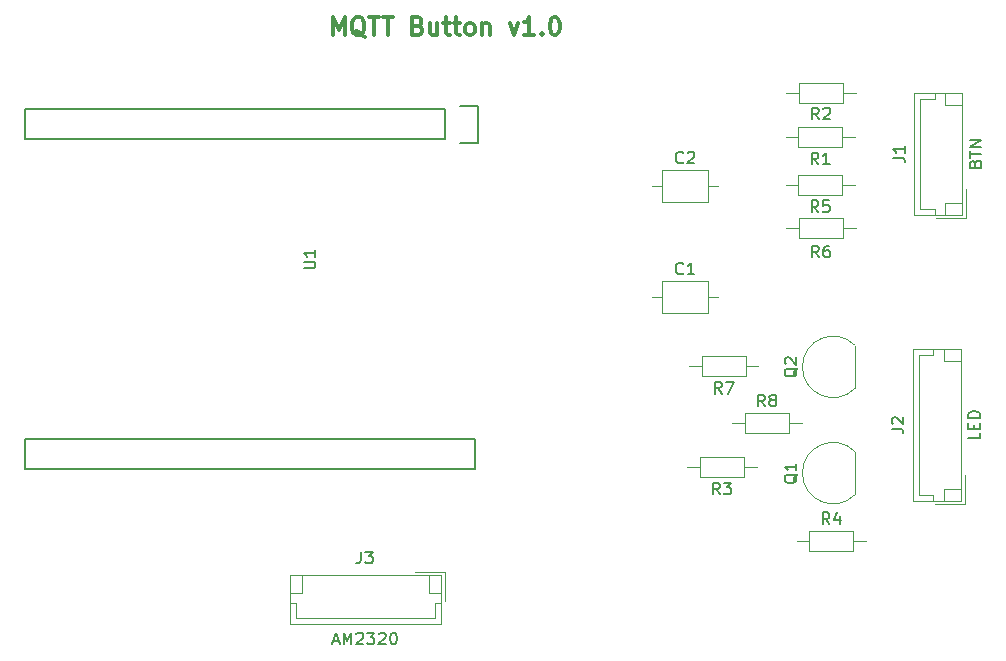
<source format=gbr>
G04 #@! TF.FileFunction,Legend,Top*
%FSLAX46Y46*%
G04 Gerber Fmt 4.6, Leading zero omitted, Abs format (unit mm)*
G04 Created by KiCad (PCBNEW 4.0.6) date 06/19/17 18:14:00*
%MOMM*%
%LPD*%
G01*
G04 APERTURE LIST*
%ADD10C,0.100000*%
%ADD11C,0.300000*%
%ADD12C,0.120000*%
%ADD13C,0.150000*%
G04 APERTURE END LIST*
D10*
D11*
X104748572Y-79238571D02*
X104748572Y-77738571D01*
X105248572Y-78810000D01*
X105748572Y-77738571D01*
X105748572Y-79238571D01*
X107462858Y-79381429D02*
X107320001Y-79310000D01*
X107177144Y-79167143D01*
X106962858Y-78952857D01*
X106820001Y-78881429D01*
X106677144Y-78881429D01*
X106748572Y-79238571D02*
X106605715Y-79167143D01*
X106462858Y-79024286D01*
X106391429Y-78738571D01*
X106391429Y-78238571D01*
X106462858Y-77952857D01*
X106605715Y-77810000D01*
X106748572Y-77738571D01*
X107034286Y-77738571D01*
X107177144Y-77810000D01*
X107320001Y-77952857D01*
X107391429Y-78238571D01*
X107391429Y-78738571D01*
X107320001Y-79024286D01*
X107177144Y-79167143D01*
X107034286Y-79238571D01*
X106748572Y-79238571D01*
X107820001Y-77738571D02*
X108677144Y-77738571D01*
X108248573Y-79238571D02*
X108248573Y-77738571D01*
X108962858Y-77738571D02*
X109820001Y-77738571D01*
X109391430Y-79238571D02*
X109391430Y-77738571D01*
X111962858Y-78452857D02*
X112177144Y-78524286D01*
X112248572Y-78595714D01*
X112320001Y-78738571D01*
X112320001Y-78952857D01*
X112248572Y-79095714D01*
X112177144Y-79167143D01*
X112034286Y-79238571D01*
X111462858Y-79238571D01*
X111462858Y-77738571D01*
X111962858Y-77738571D01*
X112105715Y-77810000D01*
X112177144Y-77881429D01*
X112248572Y-78024286D01*
X112248572Y-78167143D01*
X112177144Y-78310000D01*
X112105715Y-78381429D01*
X111962858Y-78452857D01*
X111462858Y-78452857D01*
X113605715Y-78238571D02*
X113605715Y-79238571D01*
X112962858Y-78238571D02*
X112962858Y-79024286D01*
X113034286Y-79167143D01*
X113177144Y-79238571D01*
X113391429Y-79238571D01*
X113534286Y-79167143D01*
X113605715Y-79095714D01*
X114105715Y-78238571D02*
X114677144Y-78238571D01*
X114320001Y-77738571D02*
X114320001Y-79024286D01*
X114391429Y-79167143D01*
X114534287Y-79238571D01*
X114677144Y-79238571D01*
X114962858Y-78238571D02*
X115534287Y-78238571D01*
X115177144Y-77738571D02*
X115177144Y-79024286D01*
X115248572Y-79167143D01*
X115391430Y-79238571D01*
X115534287Y-79238571D01*
X116248573Y-79238571D02*
X116105715Y-79167143D01*
X116034287Y-79095714D01*
X115962858Y-78952857D01*
X115962858Y-78524286D01*
X116034287Y-78381429D01*
X116105715Y-78310000D01*
X116248573Y-78238571D01*
X116462858Y-78238571D01*
X116605715Y-78310000D01*
X116677144Y-78381429D01*
X116748573Y-78524286D01*
X116748573Y-78952857D01*
X116677144Y-79095714D01*
X116605715Y-79167143D01*
X116462858Y-79238571D01*
X116248573Y-79238571D01*
X117391430Y-78238571D02*
X117391430Y-79238571D01*
X117391430Y-78381429D02*
X117462858Y-78310000D01*
X117605716Y-78238571D01*
X117820001Y-78238571D01*
X117962858Y-78310000D01*
X118034287Y-78452857D01*
X118034287Y-79238571D01*
X119748573Y-78238571D02*
X120105716Y-79238571D01*
X120462858Y-78238571D01*
X121820001Y-79238571D02*
X120962858Y-79238571D01*
X121391430Y-79238571D02*
X121391430Y-77738571D01*
X121248573Y-77952857D01*
X121105715Y-78095714D01*
X120962858Y-78167143D01*
X122462858Y-79095714D02*
X122534286Y-79167143D01*
X122462858Y-79238571D01*
X122391429Y-79167143D01*
X122462858Y-79095714D01*
X122462858Y-79238571D01*
X123462858Y-77738571D02*
X123605715Y-77738571D01*
X123748572Y-77810000D01*
X123820001Y-77881429D01*
X123891430Y-78024286D01*
X123962858Y-78310000D01*
X123962858Y-78667143D01*
X123891430Y-78952857D01*
X123820001Y-79095714D01*
X123748572Y-79167143D01*
X123605715Y-79238571D01*
X123462858Y-79238571D01*
X123320001Y-79167143D01*
X123248572Y-79095714D01*
X123177144Y-78952857D01*
X123105715Y-78667143D01*
X123105715Y-78310000D01*
X123177144Y-78024286D01*
X123248572Y-77881429D01*
X123320001Y-77810000D01*
X123462858Y-77738571D01*
D12*
X132620000Y-100060000D02*
X132620000Y-102780000D01*
X132620000Y-102780000D02*
X136540000Y-102780000D01*
X136540000Y-102780000D02*
X136540000Y-100060000D01*
X136540000Y-100060000D02*
X132620000Y-100060000D01*
X131810000Y-101420000D02*
X132620000Y-101420000D01*
X137350000Y-101420000D02*
X136540000Y-101420000D01*
X132620000Y-90662000D02*
X132620000Y-93382000D01*
X132620000Y-93382000D02*
X136540000Y-93382000D01*
X136540000Y-93382000D02*
X136540000Y-90662000D01*
X136540000Y-90662000D02*
X132620000Y-90662000D01*
X131810000Y-92022000D02*
X132620000Y-92022000D01*
X137350000Y-92022000D02*
X136540000Y-92022000D01*
X153950000Y-94450000D02*
X158050000Y-94450000D01*
X158050000Y-94450000D02*
X158050000Y-84150000D01*
X158050000Y-84150000D02*
X153950000Y-84150000D01*
X153950000Y-84150000D02*
X153950000Y-94450000D01*
X155700000Y-94450000D02*
X155700000Y-93950000D01*
X155700000Y-93950000D02*
X154450000Y-93950000D01*
X154450000Y-93950000D02*
X154450000Y-84650000D01*
X154450000Y-84650000D02*
X155700000Y-84650000D01*
X155700000Y-84650000D02*
X155700000Y-84150000D01*
X156550000Y-94450000D02*
X156550000Y-93450000D01*
X156550000Y-93450000D02*
X158050000Y-93450000D01*
X156550000Y-84150000D02*
X156550000Y-85150000D01*
X156550000Y-85150000D02*
X158050000Y-85150000D01*
X155850000Y-94750000D02*
X158350000Y-94750000D01*
X158350000Y-94750000D02*
X158350000Y-92250000D01*
X153850000Y-118650000D02*
X157950000Y-118650000D01*
X157950000Y-118650000D02*
X157950000Y-105850000D01*
X157950000Y-105850000D02*
X153850000Y-105850000D01*
X153850000Y-105850000D02*
X153850000Y-118650000D01*
X155600000Y-118650000D02*
X155600000Y-118150000D01*
X155600000Y-118150000D02*
X154350000Y-118150000D01*
X154350000Y-118150000D02*
X154350000Y-106350000D01*
X154350000Y-106350000D02*
X155600000Y-106350000D01*
X155600000Y-106350000D02*
X155600000Y-105850000D01*
X156450000Y-118650000D02*
X156450000Y-117650000D01*
X156450000Y-117650000D02*
X157950000Y-117650000D01*
X156450000Y-105850000D02*
X156450000Y-106850000D01*
X156450000Y-106850000D02*
X157950000Y-106850000D01*
X155750000Y-118950000D02*
X158250000Y-118950000D01*
X158250000Y-118950000D02*
X158250000Y-116450000D01*
X113922000Y-129078000D02*
X113922000Y-124978000D01*
X113922000Y-124978000D02*
X101122000Y-124978000D01*
X101122000Y-124978000D02*
X101122000Y-129078000D01*
X101122000Y-129078000D02*
X113922000Y-129078000D01*
X113922000Y-127328000D02*
X113422000Y-127328000D01*
X113422000Y-127328000D02*
X113422000Y-128578000D01*
X113422000Y-128578000D02*
X101622000Y-128578000D01*
X101622000Y-128578000D02*
X101622000Y-127328000D01*
X101622000Y-127328000D02*
X101122000Y-127328000D01*
X113922000Y-126478000D02*
X112922000Y-126478000D01*
X112922000Y-126478000D02*
X112922000Y-124978000D01*
X101122000Y-126478000D02*
X102122000Y-126478000D01*
X102122000Y-126478000D02*
X102122000Y-124978000D01*
X114222000Y-127178000D02*
X114222000Y-124678000D01*
X114222000Y-124678000D02*
X111722000Y-124678000D01*
X148950000Y-118130000D02*
X148950000Y-114530000D01*
X148938478Y-118168478D02*
G75*
G02X144500000Y-116330000I-1838478J1838478D01*
G01*
X148938478Y-114491522D02*
G75*
G03X144500000Y-116330000I-1838478J-1838478D01*
G01*
X148950000Y-109130000D02*
X148950000Y-105530000D01*
X148938478Y-109168478D02*
G75*
G02X144500000Y-107330000I-1838478J1838478D01*
G01*
X148938478Y-105491522D02*
G75*
G03X144500000Y-107330000I-1838478J-1838478D01*
G01*
X147879200Y-88741800D02*
X147879200Y-87021800D01*
X147879200Y-87021800D02*
X144159200Y-87021800D01*
X144159200Y-87021800D02*
X144159200Y-88741800D01*
X144159200Y-88741800D02*
X147879200Y-88741800D01*
X148949200Y-87881800D02*
X147879200Y-87881800D01*
X143089200Y-87881800D02*
X144159200Y-87881800D01*
X144210000Y-83288000D02*
X144210000Y-85008000D01*
X144210000Y-85008000D02*
X147930000Y-85008000D01*
X147930000Y-85008000D02*
X147930000Y-83288000D01*
X147930000Y-83288000D02*
X144210000Y-83288000D01*
X143140000Y-84148000D02*
X144210000Y-84148000D01*
X149000000Y-84148000D02*
X147930000Y-84148000D01*
X139548000Y-116681800D02*
X139548000Y-114961800D01*
X139548000Y-114961800D02*
X135828000Y-114961800D01*
X135828000Y-114961800D02*
X135828000Y-116681800D01*
X135828000Y-116681800D02*
X139548000Y-116681800D01*
X140618000Y-115821800D02*
X139548000Y-115821800D01*
X134758000Y-115821800D02*
X135828000Y-115821800D01*
X145099000Y-121210200D02*
X145099000Y-122930200D01*
X145099000Y-122930200D02*
X148819000Y-122930200D01*
X148819000Y-122930200D02*
X148819000Y-121210200D01*
X148819000Y-121210200D02*
X145099000Y-121210200D01*
X144029000Y-122070200D02*
X145099000Y-122070200D01*
X149889000Y-122070200D02*
X148819000Y-122070200D01*
X147879200Y-92780400D02*
X147879200Y-91060400D01*
X147879200Y-91060400D02*
X144159200Y-91060400D01*
X144159200Y-91060400D02*
X144159200Y-92780400D01*
X144159200Y-92780400D02*
X147879200Y-92780400D01*
X148949200Y-91920400D02*
X147879200Y-91920400D01*
X143089200Y-91920400D02*
X144159200Y-91920400D01*
X144210000Y-94718000D02*
X144210000Y-96438000D01*
X144210000Y-96438000D02*
X147930000Y-96438000D01*
X147930000Y-96438000D02*
X147930000Y-94718000D01*
X147930000Y-94718000D02*
X144210000Y-94718000D01*
X143140000Y-95578000D02*
X144210000Y-95578000D01*
X149000000Y-95578000D02*
X147930000Y-95578000D01*
X139700400Y-108147400D02*
X139700400Y-106427400D01*
X139700400Y-106427400D02*
X135980400Y-106427400D01*
X135980400Y-106427400D02*
X135980400Y-108147400D01*
X135980400Y-108147400D02*
X139700400Y-108147400D01*
X140770400Y-107287400D02*
X139700400Y-107287400D01*
X134910400Y-107287400D02*
X135980400Y-107287400D01*
X139638000Y-111228000D02*
X139638000Y-112948000D01*
X139638000Y-112948000D02*
X143358000Y-112948000D01*
X143358000Y-112948000D02*
X143358000Y-111228000D01*
X143358000Y-111228000D02*
X139638000Y-111228000D01*
X138568000Y-112088000D02*
X139638000Y-112088000D01*
X144428000Y-112088000D02*
X143358000Y-112088000D01*
D13*
X114230000Y-85530000D02*
X78670000Y-85530000D01*
X78670000Y-85530000D02*
X78670000Y-88070000D01*
X78670000Y-88070000D02*
X114230000Y-88070000D01*
X117050000Y-88350000D02*
X115500000Y-88350000D01*
X114230000Y-88070000D02*
X114230000Y-85530000D01*
X115500000Y-85250000D02*
X117050000Y-85250000D01*
X117050000Y-85250000D02*
X117050000Y-88350000D01*
X78670000Y-113470000D02*
X78670000Y-116010000D01*
X116770000Y-113470000D02*
X78670000Y-113470000D01*
X116770000Y-116010000D02*
X116770000Y-113470000D01*
X78670000Y-116010000D02*
X116770000Y-116010000D01*
X134413334Y-99417143D02*
X134365715Y-99464762D01*
X134222858Y-99512381D01*
X134127620Y-99512381D01*
X133984762Y-99464762D01*
X133889524Y-99369524D01*
X133841905Y-99274286D01*
X133794286Y-99083810D01*
X133794286Y-98940952D01*
X133841905Y-98750476D01*
X133889524Y-98655238D01*
X133984762Y-98560000D01*
X134127620Y-98512381D01*
X134222858Y-98512381D01*
X134365715Y-98560000D01*
X134413334Y-98607619D01*
X135365715Y-99512381D02*
X134794286Y-99512381D01*
X135080000Y-99512381D02*
X135080000Y-98512381D01*
X134984762Y-98655238D01*
X134889524Y-98750476D01*
X134794286Y-98798095D01*
X134413334Y-90019143D02*
X134365715Y-90066762D01*
X134222858Y-90114381D01*
X134127620Y-90114381D01*
X133984762Y-90066762D01*
X133889524Y-89971524D01*
X133841905Y-89876286D01*
X133794286Y-89685810D01*
X133794286Y-89542952D01*
X133841905Y-89352476D01*
X133889524Y-89257238D01*
X133984762Y-89162000D01*
X134127620Y-89114381D01*
X134222858Y-89114381D01*
X134365715Y-89162000D01*
X134413334Y-89209619D01*
X134794286Y-89209619D02*
X134841905Y-89162000D01*
X134937143Y-89114381D01*
X135175239Y-89114381D01*
X135270477Y-89162000D01*
X135318096Y-89209619D01*
X135365715Y-89304857D01*
X135365715Y-89400095D01*
X135318096Y-89542952D01*
X134746667Y-90114381D01*
X135365715Y-90114381D01*
X152152381Y-89633333D02*
X152866667Y-89633333D01*
X153009524Y-89680953D01*
X153104762Y-89776191D01*
X153152381Y-89919048D01*
X153152381Y-90014286D01*
X153152381Y-88633333D02*
X153152381Y-89204762D01*
X153152381Y-88919048D02*
X152152381Y-88919048D01*
X152295238Y-89014286D01*
X152390476Y-89109524D01*
X152438095Y-89204762D01*
X159128571Y-90133333D02*
X159176190Y-89990476D01*
X159223810Y-89942857D01*
X159319048Y-89895238D01*
X159461905Y-89895238D01*
X159557143Y-89942857D01*
X159604762Y-89990476D01*
X159652381Y-90085714D01*
X159652381Y-90466667D01*
X158652381Y-90466667D01*
X158652381Y-90133333D01*
X158700000Y-90038095D01*
X158747619Y-89990476D01*
X158842857Y-89942857D01*
X158938095Y-89942857D01*
X159033333Y-89990476D01*
X159080952Y-90038095D01*
X159128571Y-90133333D01*
X159128571Y-90466667D01*
X158652381Y-89609524D02*
X158652381Y-89038095D01*
X159652381Y-89323810D02*
X158652381Y-89323810D01*
X159652381Y-88704762D02*
X158652381Y-88704762D01*
X159652381Y-88133333D01*
X158652381Y-88133333D01*
X152052381Y-112583333D02*
X152766667Y-112583333D01*
X152909524Y-112630953D01*
X153004762Y-112726191D01*
X153052381Y-112869048D01*
X153052381Y-112964286D01*
X152147619Y-112154762D02*
X152100000Y-112107143D01*
X152052381Y-112011905D01*
X152052381Y-111773809D01*
X152100000Y-111678571D01*
X152147619Y-111630952D01*
X152242857Y-111583333D01*
X152338095Y-111583333D01*
X152480952Y-111630952D01*
X153052381Y-112202381D01*
X153052381Y-111583333D01*
X159552381Y-112892857D02*
X159552381Y-113369048D01*
X158552381Y-113369048D01*
X159028571Y-112559524D02*
X159028571Y-112226190D01*
X159552381Y-112083333D02*
X159552381Y-112559524D01*
X158552381Y-112559524D01*
X158552381Y-112083333D01*
X159552381Y-111654762D02*
X158552381Y-111654762D01*
X158552381Y-111416667D01*
X158600000Y-111273809D01*
X158695238Y-111178571D01*
X158790476Y-111130952D01*
X158980952Y-111083333D01*
X159123810Y-111083333D01*
X159314286Y-111130952D01*
X159409524Y-111178571D01*
X159504762Y-111273809D01*
X159552381Y-111416667D01*
X159552381Y-111654762D01*
X107128667Y-122970381D02*
X107128667Y-123684667D01*
X107081047Y-123827524D01*
X106985809Y-123922762D01*
X106842952Y-123970381D01*
X106747714Y-123970381D01*
X107509619Y-122970381D02*
X108128667Y-122970381D01*
X107795333Y-123351333D01*
X107938191Y-123351333D01*
X108033429Y-123398952D01*
X108081048Y-123446571D01*
X108128667Y-123541810D01*
X108128667Y-123779905D01*
X108081048Y-123875143D01*
X108033429Y-123922762D01*
X107938191Y-123970381D01*
X107652476Y-123970381D01*
X107557238Y-123922762D01*
X107509619Y-123875143D01*
X104747714Y-130542667D02*
X105223905Y-130542667D01*
X104652476Y-130828381D02*
X104985809Y-129828381D01*
X105319143Y-130828381D01*
X105652476Y-130828381D02*
X105652476Y-129828381D01*
X105985810Y-130542667D01*
X106319143Y-129828381D01*
X106319143Y-130828381D01*
X106747714Y-129923619D02*
X106795333Y-129876000D01*
X106890571Y-129828381D01*
X107128667Y-129828381D01*
X107223905Y-129876000D01*
X107271524Y-129923619D01*
X107319143Y-130018857D01*
X107319143Y-130114095D01*
X107271524Y-130256952D01*
X106700095Y-130828381D01*
X107319143Y-130828381D01*
X107652476Y-129828381D02*
X108271524Y-129828381D01*
X107938190Y-130209333D01*
X108081048Y-130209333D01*
X108176286Y-130256952D01*
X108223905Y-130304571D01*
X108271524Y-130399810D01*
X108271524Y-130637905D01*
X108223905Y-130733143D01*
X108176286Y-130780762D01*
X108081048Y-130828381D01*
X107795333Y-130828381D01*
X107700095Y-130780762D01*
X107652476Y-130733143D01*
X108652476Y-129923619D02*
X108700095Y-129876000D01*
X108795333Y-129828381D01*
X109033429Y-129828381D01*
X109128667Y-129876000D01*
X109176286Y-129923619D01*
X109223905Y-130018857D01*
X109223905Y-130114095D01*
X109176286Y-130256952D01*
X108604857Y-130828381D01*
X109223905Y-130828381D01*
X109842952Y-129828381D02*
X109938191Y-129828381D01*
X110033429Y-129876000D01*
X110081048Y-129923619D01*
X110128667Y-130018857D01*
X110176286Y-130209333D01*
X110176286Y-130447429D01*
X110128667Y-130637905D01*
X110081048Y-130733143D01*
X110033429Y-130780762D01*
X109938191Y-130828381D01*
X109842952Y-130828381D01*
X109747714Y-130780762D01*
X109700095Y-130733143D01*
X109652476Y-130637905D01*
X109604857Y-130447429D01*
X109604857Y-130209333D01*
X109652476Y-130018857D01*
X109700095Y-129923619D01*
X109747714Y-129876000D01*
X109842952Y-129828381D01*
X144087619Y-116425238D02*
X144040000Y-116520476D01*
X143944762Y-116615714D01*
X143801905Y-116758571D01*
X143754286Y-116853810D01*
X143754286Y-116949048D01*
X143992381Y-116901429D02*
X143944762Y-116996667D01*
X143849524Y-117091905D01*
X143659048Y-117139524D01*
X143325714Y-117139524D01*
X143135238Y-117091905D01*
X143040000Y-116996667D01*
X142992381Y-116901429D01*
X142992381Y-116710952D01*
X143040000Y-116615714D01*
X143135238Y-116520476D01*
X143325714Y-116472857D01*
X143659048Y-116472857D01*
X143849524Y-116520476D01*
X143944762Y-116615714D01*
X143992381Y-116710952D01*
X143992381Y-116901429D01*
X143992381Y-115520476D02*
X143992381Y-116091905D01*
X143992381Y-115806191D02*
X142992381Y-115806191D01*
X143135238Y-115901429D01*
X143230476Y-115996667D01*
X143278095Y-116091905D01*
X144087619Y-107425238D02*
X144040000Y-107520476D01*
X143944762Y-107615714D01*
X143801905Y-107758571D01*
X143754286Y-107853810D01*
X143754286Y-107949048D01*
X143992381Y-107901429D02*
X143944762Y-107996667D01*
X143849524Y-108091905D01*
X143659048Y-108139524D01*
X143325714Y-108139524D01*
X143135238Y-108091905D01*
X143040000Y-107996667D01*
X142992381Y-107901429D01*
X142992381Y-107710952D01*
X143040000Y-107615714D01*
X143135238Y-107520476D01*
X143325714Y-107472857D01*
X143659048Y-107472857D01*
X143849524Y-107520476D01*
X143944762Y-107615714D01*
X143992381Y-107710952D01*
X143992381Y-107901429D01*
X143087619Y-107091905D02*
X143040000Y-107044286D01*
X142992381Y-106949048D01*
X142992381Y-106710952D01*
X143040000Y-106615714D01*
X143087619Y-106568095D01*
X143182857Y-106520476D01*
X143278095Y-106520476D01*
X143420952Y-106568095D01*
X143992381Y-107139524D01*
X143992381Y-106520476D01*
X145852534Y-90194181D02*
X145519200Y-89717990D01*
X145281105Y-90194181D02*
X145281105Y-89194181D01*
X145662058Y-89194181D01*
X145757296Y-89241800D01*
X145804915Y-89289419D01*
X145852534Y-89384657D01*
X145852534Y-89527514D01*
X145804915Y-89622752D01*
X145757296Y-89670371D01*
X145662058Y-89717990D01*
X145281105Y-89717990D01*
X146804915Y-90194181D02*
X146233486Y-90194181D01*
X146519200Y-90194181D02*
X146519200Y-89194181D01*
X146423962Y-89337038D01*
X146328724Y-89432276D01*
X146233486Y-89479895D01*
X145903334Y-86378381D02*
X145570000Y-85902190D01*
X145331905Y-86378381D02*
X145331905Y-85378381D01*
X145712858Y-85378381D01*
X145808096Y-85426000D01*
X145855715Y-85473619D01*
X145903334Y-85568857D01*
X145903334Y-85711714D01*
X145855715Y-85806952D01*
X145808096Y-85854571D01*
X145712858Y-85902190D01*
X145331905Y-85902190D01*
X146284286Y-85473619D02*
X146331905Y-85426000D01*
X146427143Y-85378381D01*
X146665239Y-85378381D01*
X146760477Y-85426000D01*
X146808096Y-85473619D01*
X146855715Y-85568857D01*
X146855715Y-85664095D01*
X146808096Y-85806952D01*
X146236667Y-86378381D01*
X146855715Y-86378381D01*
X137521334Y-118134181D02*
X137188000Y-117657990D01*
X136949905Y-118134181D02*
X136949905Y-117134181D01*
X137330858Y-117134181D01*
X137426096Y-117181800D01*
X137473715Y-117229419D01*
X137521334Y-117324657D01*
X137521334Y-117467514D01*
X137473715Y-117562752D01*
X137426096Y-117610371D01*
X137330858Y-117657990D01*
X136949905Y-117657990D01*
X137854667Y-117134181D02*
X138473715Y-117134181D01*
X138140381Y-117515133D01*
X138283239Y-117515133D01*
X138378477Y-117562752D01*
X138426096Y-117610371D01*
X138473715Y-117705610D01*
X138473715Y-117943705D01*
X138426096Y-118038943D01*
X138378477Y-118086562D01*
X138283239Y-118134181D01*
X137997524Y-118134181D01*
X137902286Y-118086562D01*
X137854667Y-118038943D01*
X146792334Y-120662581D02*
X146459000Y-120186390D01*
X146220905Y-120662581D02*
X146220905Y-119662581D01*
X146601858Y-119662581D01*
X146697096Y-119710200D01*
X146744715Y-119757819D01*
X146792334Y-119853057D01*
X146792334Y-119995914D01*
X146744715Y-120091152D01*
X146697096Y-120138771D01*
X146601858Y-120186390D01*
X146220905Y-120186390D01*
X147649477Y-119995914D02*
X147649477Y-120662581D01*
X147411381Y-119614962D02*
X147173286Y-120329248D01*
X147792334Y-120329248D01*
X145852534Y-94232781D02*
X145519200Y-93756590D01*
X145281105Y-94232781D02*
X145281105Y-93232781D01*
X145662058Y-93232781D01*
X145757296Y-93280400D01*
X145804915Y-93328019D01*
X145852534Y-93423257D01*
X145852534Y-93566114D01*
X145804915Y-93661352D01*
X145757296Y-93708971D01*
X145662058Y-93756590D01*
X145281105Y-93756590D01*
X146757296Y-93232781D02*
X146281105Y-93232781D01*
X146233486Y-93708971D01*
X146281105Y-93661352D01*
X146376343Y-93613733D01*
X146614439Y-93613733D01*
X146709677Y-93661352D01*
X146757296Y-93708971D01*
X146804915Y-93804210D01*
X146804915Y-94042305D01*
X146757296Y-94137543D01*
X146709677Y-94185162D01*
X146614439Y-94232781D01*
X146376343Y-94232781D01*
X146281105Y-94185162D01*
X146233486Y-94137543D01*
X145903334Y-98062381D02*
X145570000Y-97586190D01*
X145331905Y-98062381D02*
X145331905Y-97062381D01*
X145712858Y-97062381D01*
X145808096Y-97110000D01*
X145855715Y-97157619D01*
X145903334Y-97252857D01*
X145903334Y-97395714D01*
X145855715Y-97490952D01*
X145808096Y-97538571D01*
X145712858Y-97586190D01*
X145331905Y-97586190D01*
X146760477Y-97062381D02*
X146570000Y-97062381D01*
X146474762Y-97110000D01*
X146427143Y-97157619D01*
X146331905Y-97300476D01*
X146284286Y-97490952D01*
X146284286Y-97871905D01*
X146331905Y-97967143D01*
X146379524Y-98014762D01*
X146474762Y-98062381D01*
X146665239Y-98062381D01*
X146760477Y-98014762D01*
X146808096Y-97967143D01*
X146855715Y-97871905D01*
X146855715Y-97633810D01*
X146808096Y-97538571D01*
X146760477Y-97490952D01*
X146665239Y-97443333D01*
X146474762Y-97443333D01*
X146379524Y-97490952D01*
X146331905Y-97538571D01*
X146284286Y-97633810D01*
X137673734Y-109599781D02*
X137340400Y-109123590D01*
X137102305Y-109599781D02*
X137102305Y-108599781D01*
X137483258Y-108599781D01*
X137578496Y-108647400D01*
X137626115Y-108695019D01*
X137673734Y-108790257D01*
X137673734Y-108933114D01*
X137626115Y-109028352D01*
X137578496Y-109075971D01*
X137483258Y-109123590D01*
X137102305Y-109123590D01*
X138007067Y-108599781D02*
X138673734Y-108599781D01*
X138245162Y-109599781D01*
X141331334Y-110680381D02*
X140998000Y-110204190D01*
X140759905Y-110680381D02*
X140759905Y-109680381D01*
X141140858Y-109680381D01*
X141236096Y-109728000D01*
X141283715Y-109775619D01*
X141331334Y-109870857D01*
X141331334Y-110013714D01*
X141283715Y-110108952D01*
X141236096Y-110156571D01*
X141140858Y-110204190D01*
X140759905Y-110204190D01*
X141902762Y-110108952D02*
X141807524Y-110061333D01*
X141759905Y-110013714D01*
X141712286Y-109918476D01*
X141712286Y-109870857D01*
X141759905Y-109775619D01*
X141807524Y-109728000D01*
X141902762Y-109680381D01*
X142093239Y-109680381D01*
X142188477Y-109728000D01*
X142236096Y-109775619D01*
X142283715Y-109870857D01*
X142283715Y-109918476D01*
X142236096Y-110013714D01*
X142188477Y-110061333D01*
X142093239Y-110108952D01*
X141902762Y-110108952D01*
X141807524Y-110156571D01*
X141759905Y-110204190D01*
X141712286Y-110299429D01*
X141712286Y-110489905D01*
X141759905Y-110585143D01*
X141807524Y-110632762D01*
X141902762Y-110680381D01*
X142093239Y-110680381D01*
X142188477Y-110632762D01*
X142236096Y-110585143D01*
X142283715Y-110489905D01*
X142283715Y-110299429D01*
X142236096Y-110204190D01*
X142188477Y-110156571D01*
X142093239Y-110108952D01*
X102272381Y-98991905D02*
X103081905Y-98991905D01*
X103177143Y-98944286D01*
X103224762Y-98896667D01*
X103272381Y-98801429D01*
X103272381Y-98610952D01*
X103224762Y-98515714D01*
X103177143Y-98468095D01*
X103081905Y-98420476D01*
X102272381Y-98420476D01*
X103272381Y-97420476D02*
X103272381Y-97991905D01*
X103272381Y-97706191D02*
X102272381Y-97706191D01*
X102415238Y-97801429D01*
X102510476Y-97896667D01*
X102558095Y-97991905D01*
M02*

</source>
